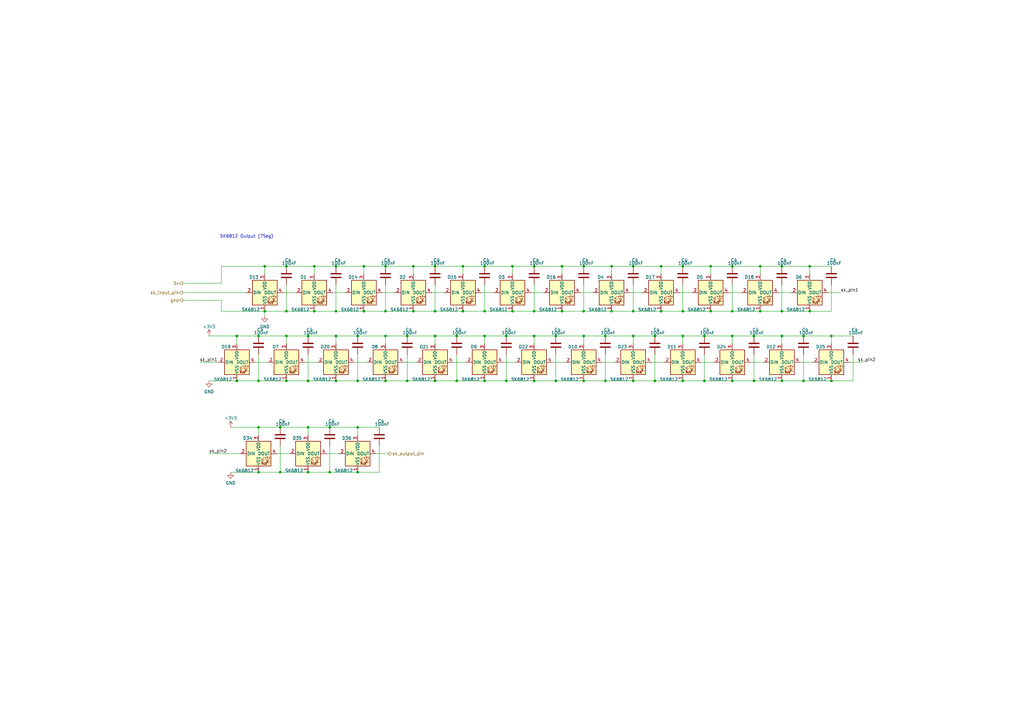
<source format=kicad_sch>
(kicad_sch (version 20230121) (generator eeschema)
  (paper "A3")
  (title_block (title "Segment 1 Schematic") (date "2023-05-06") (company "GSCRL"))
  (lib_symbols
    (symbol "Device:C" (pin_numbers hide) (pin_names (offset 0.254))
      (property "Reference" "C" (at 0.635 2.54 0))
      (property "Value" "C" (at 0.635 -2.54 0))
      (symbol "C_0_1"
        (polyline (pts (xy -2.032 -0.762) (xy 2.032 -0.762)) (stroke (width 0.508)))
        (polyline (pts (xy -2.032 0.762) (xy 2.032 0.762)) (stroke (width 0.508)))
      )
      (symbol "C_1_1"
        (pin passive line (at 0 3.81 270) (length 2.794) (name "~") (number "1"))
        (pin passive line (at 0 -3.81 90) (length 2.794) (name "~") (number "2"))
      )
    )
    (symbol "LED:SK6812" (pin_names (offset 0.254))
      (property "Reference" "D" (at 5.08 5.715 0))
      (property "Value" "SK6812" (at 1.27 -5.715 0))
      (symbol "SK6812_0_0"
        (text "RGB" (at 2.286 -4.191 0) (effects (font (size 0.762 0.762))))
      )
      (symbol "SK6812_0_1"
        (polyline (pts (xy 1.27 -3.556) (xy 1.778 -3.556)))
        (polyline (pts (xy 1.27 -2.54) (xy 1.778 -2.54)))
        (polyline (pts (xy 4.699 -3.556) (xy 2.667 -3.556)))
        (polyline (pts (xy 2.286 -2.54) (xy 1.27 -3.556) (xy 1.27 -3.048)))
        (polyline (pts (xy 2.286 -1.524) (xy 1.27 -2.54) (xy 1.27 -2.032)))
        (polyline (pts (xy 3.683 -1.016) (xy 3.683 -3.556) (xy 3.683 -4.064)))
        (polyline (pts (xy 4.699 -1.524) (xy 2.667 -1.524) (xy 3.683 -3.556) (xy 4.699 -1.524)))
        (rectangle (start 5.08 5.08) (end -5.08 -5.08) (stroke (width 0.254)) (fill (type background)))
      )
      (symbol "SK6812_1_1"
        (pin power_in line (at 0 -7.62 90) (length 2.54) (name "VSS") (number "1"))
        (pin input line (at -7.62 0 0) (length 2.54) (name "DIN") (number "2"))
        (pin power_in line (at 0 7.62 270) (length 2.54) (name "VDD") (number "3"))
        (pin output line (at 7.62 0 180) (length 2.54) (name "DOUT") (number "4"))
      )
    )
    (symbol "power:+3V3" (power) (pin_names (offset 0))
      (property "Value" "+3V3" (at 0 3.556 0))
      (symbol "+3V3_0_1"
        (polyline (pts (xy -0.762 1.27) (xy 0 2.54)))
        (polyline (pts (xy 0 0) (xy 0 2.54)))
        (polyline (pts (xy 0 2.54) (xy 0.762 1.27)))
      )
      (symbol "+3V3_1_1"
        (pin power_in line (at 0 0 90) (length 0) hide (name "+3V3") (number "1"))
      )
    )
    (symbol "power:GND" (power) (pin_names (offset 0))
      (property "Value" "GND" (at 0 -3.81 0))
      (symbol "GND_0_1"
        (polyline (pts (xy 0 0) (xy 0 -1.27) (xy 1.27 -1.27) (xy 0 -2.54) (xy -1.27 -1.27) (xy 0 -1.27)))
      )
      (symbol "GND_1_1"
        (pin power_in line (at 0 0 270) (length 0) hide (name "GND") (number "1"))
      )
    )
  )
  (junction (at 126.365 156.21))
  (junction (at 108.585 109.22))
  (junction (at 291.465 127.635))
  (junction (at 320.675 156.21))
  (junction (at 230.505 127.635))
  (junction (at 219.075 109.22))
  (junction (at 137.795 137.795))
  (junction (at 146.685 193.675))
  (junction (at 106.045 137.795))
  (junction (at 271.145 127.635))
  (junction (at 149.225 127.635))
  (junction (at 135.255 175.26))
  (junction (at 332.105 127.635))
  (junction (at 320.675 137.795))
  (junction (at 97.155 156.21))
  (junction (at 309.245 137.795))
  (junction (at 219.075 127.635))
  (junction (at 135.255 193.675))
  (junction (at 158.115 137.795))
  (junction (at 259.715 127.635))
  (junction (at 198.755 156.21))
  (junction (at 137.795 109.22))
  (junction (at 210.185 127.635))
  (junction (at 300.355 127.635))
  (junction (at 239.395 137.795))
  (junction (at 210.185 109.22))
  (junction (at 167.005 137.795))
  (junction (at 106.045 156.21))
  (junction (at 169.545 127.635))
  (junction (at 280.035 109.22))
  (junction (at 230.505 109.22))
  (junction (at 128.905 127.635))
  (junction (at 259.715 109.22))
  (junction (at 311.785 109.22))
  (junction (at 97.155 137.795))
  (junction (at 248.285 156.21))
  (junction (at 280.035 127.635))
  (junction (at 169.545 109.22))
  (junction (at 219.075 156.21))
  (junction (at 126.365 137.795))
  (junction (at 329.565 156.21))
  (junction (at 239.395 127.635))
  (junction (at 198.755 109.22))
  (junction (at 106.045 175.26))
  (junction (at 178.435 109.22))
  (junction (at 117.475 137.795))
  (junction (at 291.465 109.22))
  (junction (at 126.365 193.675))
  (junction (at 300.355 109.22))
  (junction (at 117.475 156.21))
  (junction (at 268.605 156.21))
  (junction (at 108.585 127.635))
  (junction (at 311.785 127.635))
  (junction (at 207.645 137.795))
  (junction (at 340.995 137.795))
  (junction (at 300.355 156.21))
  (junction (at 239.395 156.21))
  (junction (at 320.675 109.22))
  (junction (at 189.865 109.22))
  (junction (at 167.005 156.21))
  (junction (at 288.925 137.795))
  (junction (at 178.435 127.635))
  (junction (at 332.105 109.22))
  (junction (at 309.245 156.21))
  (junction (at 189.865 127.635))
  (junction (at 146.685 175.26))
  (junction (at 126.365 175.26))
  (junction (at 329.565 137.795))
  (junction (at 268.605 137.795))
  (junction (at 128.905 109.22))
  (junction (at 178.435 156.21))
  (junction (at 198.755 127.635))
  (junction (at 158.115 156.21))
  (junction (at 288.925 156.21))
  (junction (at 117.475 127.635))
  (junction (at 280.035 137.795))
  (junction (at 158.115 127.635))
  (junction (at 271.145 109.22))
  (junction (at 250.825 109.22))
  (junction (at 300.355 137.795))
  (junction (at 320.675 127.635))
  (junction (at 106.045 193.675))
  (junction (at 117.475 109.22))
  (junction (at 114.935 193.675))
  (junction (at 198.755 137.795))
  (junction (at 259.715 156.21))
  (junction (at 114.935 175.26))
  (junction (at 248.285 137.795))
  (junction (at 146.685 137.795))
  (junction (at 227.965 156.21))
  (junction (at 178.435 137.795))
  (junction (at 250.825 127.635))
  (junction (at 149.225 109.22))
  (junction (at 280.035 156.21))
  (junction (at 219.075 137.795))
  (junction (at 239.395 109.22))
  (junction (at 146.685 156.21))
  (junction (at 158.115 109.22))
  (junction (at 340.995 156.21))
  (junction (at 187.325 137.795))
  (junction (at 259.715 137.795))
  (junction (at 137.795 127.635))
  (junction (at 137.795 156.21))
  (junction (at 207.645 156.21))
  (junction (at 187.325 156.21))
  (junction (at 227.965 137.795))
  (wire (pts (xy 108.585 127.635) (xy 108.585 129.54)))
  (wire (pts (xy 238.125 120.015) (xy 243.205 120.015)))
  (wire (pts (xy 198.755 156.21) (xy 207.645 156.21)))
  (wire (pts (xy 187.325 137.795) (xy 198.755 137.795)))
  (wire (pts (xy 259.715 156.21) (xy 268.605 156.21)))
  (wire (pts (xy 248.285 156.21) (xy 248.285 145.415)))
  (wire (pts (xy 90.805 116.205) (xy 90.805 109.22)))
  (wire (pts (xy 135.255 193.675) (xy 135.255 182.88)))
  (wire (pts (xy 189.865 109.22) (xy 198.755 109.22)))
  (wire (pts (xy 311.785 109.22) (xy 311.785 112.395)))
  (wire (pts (xy 207.645 156.21) (xy 219.075 156.21)))
  (wire (pts (xy 239.395 137.795) (xy 248.285 137.795)))
  (wire (pts (xy 259.715 127.635) (xy 259.715 116.84)))
  (wire (pts (xy 128.905 109.22) (xy 128.905 112.395)))
  (wire (pts (xy 329.565 137.795) (xy 340.995 137.795)))
  (wire (pts (xy 154.305 186.055) (xy 159.385 186.055)))
  (wire (pts (xy 97.155 137.795) (xy 106.045 137.795)))
  (wire (pts (xy 320.675 109.22) (xy 332.105 109.22)))
  (wire (pts (xy 90.805 109.22) (xy 108.585 109.22)))
  (wire (pts (xy 189.865 109.22) (xy 189.865 112.395)))
  (wire (pts (xy 117.475 137.795) (xy 117.475 140.97)))
  (wire (pts (xy 307.975 148.59) (xy 313.055 148.59)))
  (wire (pts (xy 320.675 127.635) (xy 332.105 127.635)))
  (wire (pts (xy 169.545 109.22) (xy 169.545 112.395)))
  (wire (pts (xy 158.115 137.795) (xy 167.005 137.795)))
  (wire (pts (xy 300.355 127.635) (xy 300.355 116.84)))
  (wire (pts (xy 271.145 127.635) (xy 280.035 127.635)))
  (wire (pts (xy 137.795 137.795) (xy 146.685 137.795)))
  (wire (pts (xy 267.335 148.59) (xy 272.415 148.59)))
  (wire (pts (xy 126.365 193.675) (xy 135.255 193.675)))
  (wire (pts (xy 332.105 109.22) (xy 340.995 109.22)))
  (wire (pts (xy 198.755 127.635) (xy 210.185 127.635)))
  (wire (pts (xy 126.365 175.26) (xy 135.255 175.26)))
  (wire (pts (xy 210.185 109.22) (xy 210.185 112.395)))
  (wire (pts (xy 85.725 137.795) (xy 97.155 137.795)))
  (wire (pts (xy 146.685 156.21) (xy 158.115 156.21)))
  (wire (pts (xy 239.395 156.21) (xy 248.285 156.21)))
  (wire (pts (xy 219.075 109.22) (xy 230.505 109.22)))
  (wire (pts (xy 247.015 148.59) (xy 252.095 148.59)))
  (wire (pts (xy 146.685 175.26) (xy 155.575 175.26)))
  (wire (pts (xy 149.225 109.22) (xy 158.115 109.22)))
  (wire (pts (xy 349.885 156.21) (xy 349.885 145.415)))
  (wire (pts (xy 217.805 120.015) (xy 222.885 120.015)))
  (wire (pts (xy 117.475 109.22) (xy 128.905 109.22)))
  (wire (pts (xy 250.825 127.635) (xy 259.715 127.635)))
  (wire (pts (xy 339.725 120.015) (xy 344.805 120.015)))
  (wire (pts (xy 167.005 156.21) (xy 167.005 145.415)))
  (wire (pts (xy 328.295 148.59) (xy 333.375 148.59)))
  (wire (pts (xy 74.93 123.19) (xy 90.805 123.19)))
  (wire (pts (xy 198.755 109.22) (xy 210.185 109.22)))
  (wire (pts (xy 137.795 156.21) (xy 146.685 156.21)))
  (wire (pts (xy 280.035 137.795) (xy 288.925 137.795)))
  (wire (pts (xy 210.185 109.22) (xy 219.075 109.22)))
  (wire (pts (xy 90.805 127.635) (xy 108.585 127.635)))
  (wire (pts (xy 113.665 186.055) (xy 118.745 186.055)))
  (wire (pts (xy 106.045 193.675) (xy 114.935 193.675)))
  (wire (pts (xy 248.285 137.795) (xy 259.715 137.795)))
  (wire (pts (xy 206.375 148.59) (xy 211.455 148.59)))
  (wire (pts (xy 320.675 156.21) (xy 329.565 156.21)))
  (wire (pts (xy 158.115 127.635) (xy 158.115 116.84)))
  (wire (pts (xy 348.615 148.59) (xy 353.695 148.59)))
  (wire (pts (xy 300.355 109.22) (xy 311.785 109.22)))
  (wire (pts (xy 74.93 120.015) (xy 100.965 120.015)))
  (wire (pts (xy 145.415 148.59) (xy 150.495 148.59)))
  (wire (pts (xy 268.605 137.795) (xy 280.035 137.795)))
  (wire (pts (xy 167.005 156.21) (xy 178.435 156.21)))
  (wire (pts (xy 198.755 137.795) (xy 207.645 137.795)))
  (wire (pts (xy 230.505 127.635) (xy 239.395 127.635)))
  (wire (pts (xy 288.925 137.795) (xy 300.355 137.795)))
  (wire (pts (xy 291.465 127.635) (xy 300.355 127.635)))
  (wire (pts (xy 117.475 156.21) (xy 126.365 156.21)))
  (wire (pts (xy 169.545 127.635) (xy 178.435 127.635)))
  (wire (pts (xy 230.505 109.22) (xy 239.395 109.22)))
  (wire (pts (xy 329.565 156.21) (xy 329.565 145.415)))
  (wire (pts (xy 227.965 137.795) (xy 239.395 137.795)))
  (wire (pts (xy 178.435 137.795) (xy 187.325 137.795)))
  (wire (pts (xy 219.075 127.635) (xy 219.075 116.84)))
  (wire (pts (xy 158.115 156.21) (xy 167.005 156.21)))
  (wire (pts (xy 280.035 127.635) (xy 291.465 127.635)))
  (wire (pts (xy 177.165 120.015) (xy 182.245 120.015)))
  (wire (pts (xy 271.145 109.22) (xy 280.035 109.22)))
  (wire (pts (xy 288.925 156.21) (xy 288.925 145.415)))
  (wire (pts (xy 137.795 109.22) (xy 149.225 109.22)))
  (wire (pts (xy 114.935 175.26) (xy 126.365 175.26)))
  (wire (pts (xy 280.035 156.21) (xy 288.925 156.21)))
  (wire (pts (xy 156.845 120.015) (xy 161.925 120.015)))
  (wire (pts (xy 340.995 137.795) (xy 349.885 137.795)))
  (wire (pts (xy 332.105 127.635) (xy 340.995 127.635)))
  (wire (pts (xy 319.405 120.015) (xy 324.485 120.015)))
  (wire (pts (xy 128.905 127.635) (xy 137.795 127.635)))
  (wire (pts (xy 287.655 148.59) (xy 292.735 148.59)))
  (wire (pts (xy 158.115 137.795) (xy 158.115 140.97)))
  (wire (pts (xy 259.715 127.635) (xy 271.145 127.635)))
  (wire (pts (xy 311.785 109.22) (xy 320.675 109.22)))
  (wire (pts (xy 340.995 127.635) (xy 340.995 116.84)))
  (wire (pts (xy 158.115 127.635) (xy 169.545 127.635)))
  (wire (pts (xy 155.575 193.675) (xy 155.575 182.88)))
  (wire (pts (xy 300.355 137.795) (xy 309.245 137.795)))
  (wire (pts (xy 259.715 137.795) (xy 268.605 137.795)))
  (wire (pts (xy 340.995 156.21) (xy 349.885 156.21)))
  (wire (pts (xy 226.695 148.59) (xy 231.775 148.59)))
  (wire (pts (xy 197.485 120.015) (xy 202.565 120.015)))
  (wire (pts (xy 104.775 148.59) (xy 109.855 148.59)))
  (wire (pts (xy 178.435 137.795) (xy 178.435 140.97)))
  (wire (pts (xy 126.365 175.26) (xy 126.365 178.435)))
  (wire (pts (xy 128.905 109.22) (xy 137.795 109.22)))
  (wire (pts (xy 300.355 127.635) (xy 311.785 127.635)))
  (wire (pts (xy 108.585 109.22) (xy 117.475 109.22)))
  (wire (pts (xy 288.925 156.21) (xy 300.355 156.21)))
  (wire (pts (xy 239.395 127.635) (xy 239.395 116.84)))
  (wire (pts (xy 178.435 156.21) (xy 187.325 156.21)))
  (wire (pts (xy 149.225 109.22) (xy 149.225 112.395)))
  (wire (pts (xy 117.475 127.635) (xy 128.905 127.635)))
  (wire (pts (xy 133.985 186.055) (xy 139.065 186.055)))
  (wire (pts (xy 227.965 156.21) (xy 227.965 145.415)))
  (wire (pts (xy 268.605 156.21) (xy 268.605 145.415)))
  (wire (pts (xy 210.185 127.635) (xy 219.075 127.635)))
  (wire (pts (xy 239.395 109.22) (xy 250.825 109.22)))
  (wire (pts (xy 239.395 127.635) (xy 250.825 127.635)))
  (wire (pts (xy 146.685 137.795) (xy 158.115 137.795)))
  (wire (pts (xy 250.825 109.22) (xy 250.825 112.395)))
  (wire (pts (xy 94.615 175.26) (xy 106.045 175.26)))
  (wire (pts (xy 300.355 137.795) (xy 300.355 140.97)))
  (wire (pts (xy 268.605 156.21) (xy 280.035 156.21)))
  (wire (pts (xy 85.725 186.055) (xy 98.425 186.055)))
  (wire (pts (xy 126.365 156.21) (xy 137.795 156.21)))
  (wire (pts (xy 158.115 109.22) (xy 169.545 109.22)))
  (wire (pts (xy 106.045 137.795) (xy 117.475 137.795)))
  (wire (pts (xy 178.435 109.22) (xy 189.865 109.22)))
  (wire (pts (xy 320.675 127.635) (xy 320.675 116.84)))
  (wire (pts (xy 94.615 193.675) (xy 106.045 193.675)))
  (wire (pts (xy 219.075 137.795) (xy 227.965 137.795)))
  (wire (pts (xy 207.645 156.21) (xy 207.645 145.415)))
  (wire (pts (xy 280.035 127.635) (xy 280.035 116.84)))
  (wire (pts (xy 332.105 109.22) (xy 332.105 112.395)))
  (wire (pts (xy 81.915 148.59) (xy 89.535 148.59)))
  (wire (pts (xy 219.075 137.795) (xy 219.075 140.97)))
  (wire (pts (xy 167.005 137.795) (xy 178.435 137.795)))
  (wire (pts (xy 146.685 193.675) (xy 155.575 193.675)))
  (wire (pts (xy 280.035 109.22) (xy 291.465 109.22)))
  (wire (pts (xy 271.145 109.22) (xy 271.145 112.395)))
  (wire (pts (xy 230.505 109.22) (xy 230.505 112.395)))
  (wire (pts (xy 116.205 120.015) (xy 121.285 120.015)))
  (wire (pts (xy 309.245 156.21) (xy 309.245 145.415)))
  (wire (pts (xy 165.735 148.59) (xy 170.815 148.59)))
  (wire (pts (xy 340.995 137.795) (xy 340.995 140.97)))
  (wire (pts (xy 149.225 127.635) (xy 158.115 127.635)))
  (wire (pts (xy 320.675 137.795) (xy 320.675 140.97)))
  (wire (pts (xy 85.725 156.21) (xy 97.155 156.21)))
  (wire (pts (xy 178.435 127.635) (xy 178.435 116.84)))
  (wire (pts (xy 106.045 156.21) (xy 106.045 145.415)))
  (wire (pts (xy 258.445 120.015) (xy 263.525 120.015)))
  (wire (pts (xy 136.525 120.015) (xy 141.605 120.015)))
  (wire (pts (xy 259.715 137.795) (xy 259.715 140.97)))
  (wire (pts (xy 90.805 123.19) (xy 90.805 127.635)))
  (wire (pts (xy 135.255 175.26) (xy 146.685 175.26)))
  (wire (pts (xy 250.825 109.22) (xy 259.715 109.22)))
  (wire (pts (xy 309.245 137.795) (xy 320.675 137.795)))
  (wire (pts (xy 169.545 109.22) (xy 178.435 109.22)))
  (wire (pts (xy 108.585 109.22) (xy 108.585 112.395)))
  (wire (pts (xy 207.645 137.795) (xy 219.075 137.795)))
  (wire (pts (xy 311.785 127.635) (xy 320.675 127.635)))
  (wire (pts (xy 135.255 193.675) (xy 146.685 193.675)))
  (wire (pts (xy 146.685 156.21) (xy 146.685 145.415)))
  (wire (pts (xy 189.865 127.635) (xy 198.755 127.635)))
  (wire (pts (xy 280.035 137.795) (xy 280.035 140.97)))
  (wire (pts (xy 97.155 156.21) (xy 106.045 156.21)))
  (wire (pts (xy 198.755 137.795) (xy 198.755 140.97)))
  (wire (pts (xy 239.395 137.795) (xy 239.395 140.97)))
  (wire (pts (xy 126.365 137.795) (xy 137.795 137.795)))
  (wire (pts (xy 106.045 175.26) (xy 106.045 178.435)))
  (wire (pts (xy 300.355 156.21) (xy 309.245 156.21)))
  (wire (pts (xy 137.795 127.635) (xy 149.225 127.635)))
  (wire (pts (xy 106.045 156.21) (xy 117.475 156.21)))
  (wire (pts (xy 291.465 109.22) (xy 291.465 112.395)))
  (wire (pts (xy 126.365 156.21) (xy 126.365 145.415)))
  (wire (pts (xy 309.245 156.21) (xy 320.675 156.21)))
  (wire (pts (xy 278.765 120.015) (xy 283.845 120.015)))
  (wire (pts (xy 108.585 127.635) (xy 117.475 127.635)))
  (wire (pts (xy 106.045 175.26) (xy 114.935 175.26)))
  (wire (pts (xy 299.085 120.015) (xy 304.165 120.015)))
  (wire (pts (xy 125.095 148.59) (xy 130.175 148.59)))
  (wire (pts (xy 248.285 156.21) (xy 259.715 156.21)))
  (wire (pts (xy 219.075 156.21) (xy 227.965 156.21)))
  (wire (pts (xy 146.685 175.26) (xy 146.685 178.435)))
  (wire (pts (xy 117.475 127.635) (xy 117.475 116.84)))
  (wire (pts (xy 97.155 137.795) (xy 97.155 140.97)))
  (wire (pts (xy 74.93 116.205) (xy 90.805 116.205)))
  (wire (pts (xy 320.675 137.795) (xy 329.565 137.795)))
  (wire (pts (xy 329.565 156.21) (xy 340.995 156.21)))
  (wire (pts (xy 114.935 193.675) (xy 126.365 193.675)))
  (wire (pts (xy 187.325 156.21) (xy 187.325 145.415)))
  (wire (pts (xy 291.465 109.22) (xy 300.355 109.22)))
  (wire (pts (xy 117.475 137.795) (xy 126.365 137.795)))
  (wire (pts (xy 259.715 109.22) (xy 271.145 109.22)))
  (wire (pts (xy 178.435 127.635) (xy 189.865 127.635)))
  (wire (pts (xy 227.965 156.21) (xy 239.395 156.21)))
  (wire (pts (xy 219.075 127.635) (xy 230.505 127.635)))
  (wire (pts (xy 137.795 137.795) (xy 137.795 140.97)))
  (wire (pts (xy 186.055 148.59) (xy 191.135 148.59)))
  (wire (pts (xy 187.325 156.21) (xy 198.755 156.21)))
  (wire (pts (xy 114.935 193.675) (xy 114.935 182.88)))
  (wire (pts (xy 198.755 127.635) (xy 198.755 116.84)))
  (wire (pts (xy 137.795 127.635) (xy 137.795 116.84)))
  (text "SK6812 Output (7Seg)" (at 90.17 97.79 0) (effects (font (size 1.27 1.27)) (justify left bottom)))
  (label "sk_pin2" (at 85.725 186.055 0))
  (label "sk_pin1" (at 81.915 148.59 0))
  (label "sk_pin2" (at 351.79 148.59 0))
  (label "sk_pin1" (at 344.805 120.015 0))
  (hierarchical_label "sk_input_pin" (shape output) (at 74.93 120.015 180))
  (hierarchical_label "sk_output_pin" (shape output) (at 159.385 186.055 0))
  (hierarchical_label "5v" (shape output) (at 74.93 116.205 180))
  (hierarchical_label "gnd" (shape output) (at 74.93 123.19 180))
  (symbol (lib_id "Device:C") (at 167.005 141.605 0) (unit 1)
    (property "Reference" "C4" (at 166.37 135.255 0) (effects (justify left)))
    (property "Value" "100nF" (at 165.1 136.525 0) (effects (justify left)))
    (property "Footprint" "Capacitor_SMD:C_1206_3216Metric_Pad1.33x1.80mm_HandSolder" (effects hide))
    (instances (project "TeamSign" (path "" (reference "C4") (unit 1)) (path "" (reference "C75") (unit 1)) (path "" (reference "C76") (unit 1)) (path "" (reference "C77") (unit 1))))
  )
  (symbol (lib_id "Device:C") (at 198.755 113.03 0) (unit 1)
    (property "Reference" "C4" (at 198.12 106.68 0) (effects (justify left)))
    (property "Value" "100nF" (at 196.85 107.95 0) (effects (justify left)))
    (property "Footprint" "Capacitor_SMD:C_1206_3216Metric_Pad1.33x1.80mm_HandSolder" (effects hide))
    (instances (project "TeamSign" (path "" (reference "C4") (unit 1)) (path "" (reference "C14") (unit 1)) (path "" (reference "C15") (unit 1)) (path "" (reference "C16") (unit 1))))
  )
  (symbol (lib_id "Device:C") (at 320.675 113.03 0) (unit 1)
    (property "Reference" "C4" (at 320.04 106.68 0) (effects (justify left)))
    (property "Value" "100nF" (at 318.77 107.95 0) (effects (justify left)))
    (property "Footprint" "Capacitor_SMD:C_1206_3216Metric_Pad1.33x1.80mm_HandSolder" (effects hide))
    (instances (project "TeamSign" (path "" (reference "C4") (unit 1)) (path "" (reference "C40") (unit 1)) (path "" (reference "C41") (unit 1)) (path "" (reference "C43") (unit 1))))
  )
  (symbol (lib_id "LED:SK6812") (at 271.145 120.015 0) (unit 1)
    (property "Reference" "D17" (at 266.7 113.665 0))
    (property "Value" "SK6812" (at 265.43 127 0))
    (property "Footprint" "LED_SMD:LED_SK6812_PLCC4_5.0x5.0mm_P3.2mm" (effects hide))
    (property "Datasheet" "https://cdn-shop.adafruit.com/product-files/1138/SK6812+LED+datasheet+.pdf" (effects hide))
    (instances (project "TeamSign" (path "" (reference "D17") (unit 1)) (path "" (reference "D9") (unit 1)) (path "" (reference "D57") (unit 1)) (path "" (reference "D85") (unit 1))))
  )
  (symbol (lib_id "Device:C") (at 146.685 141.605 0) (unit 1)
    (property "Reference" "C4" (at 146.05 135.255 0) (effects (justify left)))
    (property "Value" "100nF" (at 144.78 136.525 0) (effects (justify left)))
    (property "Footprint" "Capacitor_SMD:C_1206_3216Metric_Pad1.33x1.80mm_HandSolder" (effects hide))
    (instances (project "TeamSign" (path "" (reference "C4") (unit 1)) (path "" (reference "C78") (unit 1)) (path "" (reference "C79") (unit 1)) (path "" (reference "C80") (unit 1))))
  )
  (symbol (lib_id "LED:SK6812") (at 106.045 186.055 0) (unit 1)
    (property "Reference" "D34" (at 101.6 179.705 0))
    (property "Value" "SK6812" (at 100.33 193.04 0))
    (property "Footprint" "LED_SMD:LED_SK6812_PLCC4_5.0x5.0mm_P3.2mm" (effects hide))
    (property "Datasheet" "https://cdn-shop.adafruit.com/product-files/1138/SK6812+LED+datasheet+.pdf" (effects hide))
    (instances (project "TeamSign" (path "" (reference "D34") (unit 1)) (path "" (reference "D34") (unit 1)) (path "" (reference "D38") (unit 1)) (path "" (reference "D66") (unit 1))))
  )
  (symbol (lib_id "LED:SK6812") (at 169.545 120.015 0) (unit 1)
    (property "Reference" "D2" (at 165.1 113.665 0))
    (property "Value" "SK6812" (at 163.83 127 0))
    (property "Footprint" "LED_SMD:LED_SK6812_PLCC4_5.0x5.0mm_P3.2mm" (effects hide))
    (property "Datasheet" "https://cdn-shop.adafruit.com/product-files/1138/SK6812+LED+datasheet+.pdf" (effects hide))
    (instances (project "TeamSign" (path "" (reference "D2") (unit 1)) (path "" (reference "D4") (unit 1)) (path "" (reference "D47") (unit 1)) (path "" (reference "D75") (unit 1))))
  )
  (symbol (lib_id "Device:C") (at 280.035 113.03 0) (unit 1)
    (property "Reference" "C4" (at 279.4 106.68 0) (effects (justify left)))
    (property "Value" "100nF" (at 278.13 107.95 0) (effects (justify left)))
    (property "Footprint" "Capacitor_SMD:C_1206_3216Metric_Pad1.33x1.80mm_HandSolder" (effects hide))
    (instances (project "TeamSign" (path "" (reference "C4") (unit 1)) (path "" (reference "C26") (unit 1)) (path "" (reference "C27") (unit 1)) (path "" (reference "C28") (unit 1))))
  )
  (symbol (lib_id "Device:C") (at 239.395 113.03 0) (unit 1)
    (property "Reference" "C4" (at 238.76 106.68 0) (effects (justify left)))
    (property "Value" "100nF" (at 237.49 107.95 0) (effects (justify left)))
    (property "Footprint" "Capacitor_SMD:C_1206_3216Metric_Pad1.33x1.80mm_HandSolder" (effects hide))
    (instances (project "TeamSign" (path "" (reference "C4") (unit 1)) (path "" (reference "C20") (unit 1)) (path "" (reference "C21") (unit 1)) (path "" (reference "C22") (unit 1))))
  )
  (symbol (lib_id "Device:C") (at 114.935 179.07 0) (unit 1)
    (property "Reference" "C4" (at 114.3 172.72 0) (effects (justify left)))
    (property "Value" "100nF" (at 113.03 173.99 0) (effects (justify left)))
    (property "Footprint" "Capacitor_SMD:C_1206_3216Metric_Pad1.33x1.80mm_HandSolder" (effects hide))
    (instances (project "TeamSign" (path "" (reference "C4") (unit 1)) (path "" (reference "C93") (unit 1)) (path "" (reference "C94") (unit 1)) (path "" (reference "C95") (unit 1))))
  )
  (symbol (lib_id "Device:C") (at 135.255 179.07 0) (unit 1)
    (property "Reference" "C4" (at 134.62 172.72 0) (effects (justify left)))
    (property "Value" "100nF" (at 133.35 173.99 0) (effects (justify left)))
    (property "Footprint" "Capacitor_SMD:C_1206_3216Metric_Pad1.33x1.80mm_HandSolder" (effects hide))
    (instances (project "TeamSign" (path "" (reference "C4") (unit 1)) (path "" (reference "C90") (unit 1)) (path "" (reference "C91") (unit 1)) (path "" (reference "C92") (unit 1))))
  )
  (symbol (lib_id "LED:SK6812") (at 332.105 120.015 0) (unit 1)
    (property "Reference" "D6" (at 327.66 113.665 0))
    (property "Value" "SK6812" (at 326.39 127 0))
    (property "Footprint" "LED_SMD:LED_SK6812_PLCC4_5.0x5.0mm_P3.2mm" (effects hide))
    (property "Datasheet" "https://cdn-shop.adafruit.com/product-files/1138/SK6812+LED+datasheet+.pdf" (effects hide))
    (instances (project "TeamSign" (path "" (reference "D6") (unit 1)) (path "" (reference "D12") (unit 1)) (path "" (reference "D63") (unit 1)) (path "" (reference "D91") (unit 1))))
  )
  (symbol (lib_id "LED:SK6812") (at 158.115 148.59 0) (unit 1)
    (property "Reference" "D8" (at 153.67 142.24 0))
    (property "Value" "SK6812" (at 152.4 155.575 0))
    (property "Footprint" "LED_SMD:LED_SK6812_PLCC4_5.0x5.0mm_P3.2mm" (effects hide))
    (property "Datasheet" "https://cdn-shop.adafruit.com/product-files/1138/SK6812+LED+datasheet+.pdf" (effects hide))
    (instances (project "TeamSign" (path "" (reference "D8") (unit 1)) (path "" (reference "D16") (unit 1)) (path "" (reference "D46") (unit 1)) (path "" (reference "D74") (unit 1))))
  )
  (symbol (lib_id "Device:C") (at 248.285 141.605 0) (unit 1)
    (property "Reference" "C4" (at 247.65 135.255 0) (effects (justify left)))
    (property "Value" "100nF" (at 246.38 136.525 0) (effects (justify left)))
    (property "Footprint" "Capacitor_SMD:C_1206_3216Metric_Pad1.33x1.80mm_HandSolder" (effects hide))
    (instances (project "TeamSign" (path "" (reference "C4") (unit 1)) (path "" (reference "C62") (unit 1)) (path "" (reference "C63") (unit 1)) (path "" (reference "C64") (unit 1))))
  )
  (symbol (lib_id "Device:C") (at 155.575 179.07 0) (unit 1)
    (property "Reference" "C4" (at 154.94 172.72 0) (effects (justify left)))
    (property "Value" "100nF" (at 153.67 173.99 0) (effects (justify left)))
    (property "Footprint" "Capacitor_SMD:C_1206_3216Metric_Pad1.33x1.80mm_HandSolder" (effects hide))
    (instances (project "TeamSign" (path "" (reference "C4") (unit 1)) (path "" (reference "C87") (unit 1)) (path "" (reference "C88") (unit 1)) (path "" (reference "C89") (unit 1))))
  )
  (symbol (lib_id "LED:SK6812") (at 198.755 148.59 0) (unit 1)
    (property "Reference" "D9" (at 194.31 142.24 0))
    (property "Value" "SK6812" (at 193.04 155.575 0))
    (property "Footprint" "LED_SMD:LED_SK6812_PLCC4_5.0x5.0mm_P3.2mm" (effects hide))
    (property "Datasheet" "https://cdn-shop.adafruit.com/product-files/1138/SK6812+LED+datasheet+.pdf" (effects hide))
    (instances (project "TeamSign" (path "" (reference "D9") (unit 1)) (path "" (reference "D18") (unit 1)) (path "" (reference "D50") (unit 1)) (path "" (reference "D78") (unit 1))))
  )
  (symbol (lib_id "LED:SK6812") (at 189.865 120.015 0) (unit 1)
    (property "Reference" "D15" (at 185.42 113.665 0))
    (property "Value" "SK6812" (at 184.15 127 0))
    (property "Footprint" "LED_SMD:LED_SK6812_PLCC4_5.0x5.0mm_P3.2mm" (effects hide))
    (property "Datasheet" "https://cdn-shop.adafruit.com/product-files/1138/SK6812+LED+datasheet+.pdf" (effects hide))
    (instances (project "TeamSign" (path "" (reference "D15") (unit 1)) (path "" (reference "D5") (unit 1)) (path "" (reference "D49") (unit 1)) (path "" (reference "D77") (unit 1))))
  )
  (symbol (lib_id "LED:SK6812") (at 117.475 148.59 0) (unit 1)
    (property "Reference" "D7" (at 113.03 142.24 0))
    (property "Value" "SK6812" (at 111.76 155.575 0))
    (property "Footprint" "LED_SMD:LED_SK6812_PLCC4_5.0x5.0mm_P3.2mm" (effects hide))
    (property "Datasheet" "https://cdn-shop.adafruit.com/product-files/1138/SK6812+LED+datasheet+.pdf" (effects hide))
    (instances (project "TeamSign" (path "" (reference "D7") (unit 1)) (path "" (reference "D14") (unit 1)) (path "" (reference "D40") (unit 1)) (path "" (reference "D68") (unit 1))))
  )
  (symbol (lib_id "power:GND") (at 94.615 193.675 0) (unit 1)
    (property "Reference" "#PWR016" (effects hide))
    (property "Value" "GND" (at 94.615 198.12 0))
    (instances (project "TeamSign" (path "" (reference "#PWR016") (unit 1)) (path "" (reference "#PWR016") (unit 1)) (path "" (reference "#PWR024") (unit 1)) (path "" (reference "#PWR031") (unit 1))))
  )
  (symbol (lib_id "LED:SK6812") (at 137.795 148.59 0) (unit 1)
    (property "Reference" "D20" (at 133.35 142.24 0))
    (property "Value" "SK6812" (at 132.08 155.575 0))
    (property "Footprint" "LED_SMD:LED_SK6812_PLCC4_5.0x5.0mm_P3.2mm" (effects hide))
    (property "Datasheet" "https://cdn-shop.adafruit.com/product-files/1138/SK6812+LED+datasheet+.pdf" (effects hide))
    (instances (project "TeamSign" (path "" (reference "D20") (unit 1)) (path "" (reference "D15") (unit 1)) (path "" (reference "D43") (unit 1)) (path "" (reference "D71") (unit 1))))
  )
  (symbol (lib_id "Device:C") (at 117.475 113.03 0) (unit 1)
    (property "Reference" "C4" (at 116.84 106.68 0) (effects (justify left)))
    (property "Value" "100nF" (at 115.57 107.95 0) (effects (justify left)))
    (property "Footprint" "Capacitor_SMD:C_1206_3216Metric_Pad1.33x1.80mm_HandSolder" (effects hide))
    (instances (project "TeamSign" (path "" (reference "C4") (unit 1)) (path "" (reference "C5") (unit 1)) (path "" (reference "C42") (unit 1)) (path "" (reference "C70") (unit 1))))
  )
  (symbol (lib_id "Device:C") (at 207.645 141.605 0) (unit 1)
    (property "Reference" "C4" (at 207.01 135.255 0) (effects (justify left)))
    (property "Value" "100nF" (at 205.74 136.525 0) (effects (justify left)))
    (property "Footprint" "Capacitor_SMD:C_1206_3216Metric_Pad1.33x1.80mm_HandSolder" (effects hide))
    (instances (project "TeamSign" (path "" (reference "C4") (unit 1)) (path "" (reference "C68") (unit 1)) (path "" (reference "C69") (unit 1)) (path "" (reference "C71") (unit 1))))
  )
  (symbol (lib_id "Device:C") (at 288.925 141.605 0) (unit 1)
    (property "Reference" "C4" (at 288.29 135.255 0) (effects (justify left)))
    (property "Value" "100nF" (at 287.02 136.525 0) (effects (justify left)))
    (property "Footprint" "Capacitor_SMD:C_1206_3216Metric_Pad1.33x1.80mm_HandSolder" (effects hide))
    (instances (project "TeamSign" (path "" (reference "C4") (unit 1)) (path "" (reference "C56") (unit 1)) (path "" (reference "C57") (unit 1)) (path "" (reference "C58") (unit 1))))
  )
  (symbol (lib_id "LED:SK6812") (at 311.785 120.015 0) (unit 1)
    (property "Reference" "D18" (at 307.34 113.665 0))
    (property "Value" "SK6812" (at 306.07 127 0))
    (property "Footprint" "LED_SMD:LED_SK6812_PLCC4_5.0x5.0mm_P3.2mm" (effects hide))
    (property "Datasheet" "https://cdn-shop.adafruit.com/product-files/1138/SK6812+LED+datasheet+.pdf" (effects hide))
    (instances (project "TeamSign" (path "" (reference "D18") (unit 1)) (path "" (reference "D11") (unit 1)) (path "" (reference "D61") (unit 1)) (path "" (reference "D89") (unit 1))))
  )
  (symbol (lib_id "power:GND") (at 108.585 129.54 0) (unit 1)
    (property "Reference" "#PWR06" (effects hide))
    (property "Value" "GND" (at 108.585 133.985 0))
    (instances (project "TeamSign" (path "" (reference "#PWR06") (unit 1)) (path "" (reference "#PWR013") (unit 1)) (path "" (reference "#PWR025") (unit 1)) (path "" (reference "#PWR032") (unit 1))))
  )
  (symbol (lib_id "LED:SK6812") (at 178.435 148.59 0) (unit 1)
    (property "Reference" "D21" (at 173.99 142.24 0))
    (property "Value" "SK6812" (at 172.72 155.575 0))
    (property "Footprint" "LED_SMD:LED_SK6812_PLCC4_5.0x5.0mm_P3.2mm" (effects hide))
    (property "Datasheet" "https://cdn-shop.adafruit.com/product-files/1138/SK6812+LED+datasheet+.pdf" (effects hide))
    (instances (project "TeamSign" (path "" (reference "D21") (unit 1)) (path "" (reference "D17") (unit 1)) (path "" (reference "D48") (unit 1)) (path "" (reference "D76") (unit 1))))
  )
  (symbol (lib_id "LED:SK6812") (at 219.075 148.59 0) (unit 1)
    (property "Reference" "D22" (at 214.63 142.24 0))
    (property "Value" "SK6812" (at 213.36 155.575 0))
    (property "Footprint" "LED_SMD:LED_SK6812_PLCC4_5.0x5.0mm_P3.2mm" (effects hide))
    (property "Datasheet" "https://cdn-shop.adafruit.com/product-files/1138/SK6812+LED+datasheet+.pdf" (effects hide))
    (instances (project "TeamSign" (path "" (reference "D22") (unit 1)) (path "" (reference "D19") (unit 1)) (path "" (reference "D52") (unit 1)) (path "" (reference "D80") (unit 1))))
  )
  (symbol (lib_id "LED:SK6812") (at 259.715 148.59 0) (unit 1)
    (property "Reference" "D23" (at 255.27 142.24 0))
    (property "Value" "SK6812" (at 254 155.575 0))
    (property "Footprint" "LED_SMD:LED_SK6812_PLCC4_5.0x5.0mm_P3.2mm" (effects hide))
    (property "Datasheet" "https://cdn-shop.adafruit.com/product-files/1138/SK6812+LED+datasheet+.pdf" (effects hide))
    (instances (project "TeamSign" (path "" (reference "D23") (unit 1)) (path "" (reference "D21") (unit 1)) (path "" (reference "D56") (unit 1)) (path "" (reference "D84") (unit 1))))
  )
  (symbol (lib_id "Device:C") (at 158.115 113.03 0) (unit 1)
    (property "Reference" "C4" (at 157.48 106.68 0) (effects (justify left)))
    (property "Value" "100nF" (at 156.21 107.95 0) (effects (justify left)))
    (property "Footprint" "Capacitor_SMD:C_1206_3216Metric_Pad1.33x1.80mm_HandSolder" (effects hide))
    (instances (project "TeamSign" (path "" (reference "C4") (unit 1)) (path "" (reference "C8") (unit 1)) (path "" (reference "C9") (unit 1)) (path "" (reference "C10") (unit 1))))
  )
  (symbol (lib_id "LED:SK6812") (at 291.465 120.015 0) (unit 1)
    (property "Reference" "D5" (at 287.02 113.665 0))
    (property "Value" "SK6812" (at 285.75 127 0))
    (property "Footprint" "LED_SMD:LED_SK6812_PLCC4_5.0x5.0mm_P3.2mm" (effects hide))
    (property "Datasheet" "https://cdn-shop.adafruit.com/product-files/1138/SK6812+LED+datasheet+.pdf" (effects hide))
    (instances (project "TeamSign" (path "" (reference "D5") (unit 1)) (path "" (reference "D10") (unit 1)) (path "" (reference "D59") (unit 1)) (path "" (reference "D87") (unit 1))))
  )
  (symbol (lib_id "LED:SK6812") (at 250.825 120.015 0) (unit 1)
    (property "Reference" "D4" (at 246.38 113.665 0))
    (property "Value" "SK6812" (at 245.11 127 0))
    (property "Footprint" "LED_SMD:LED_SK6812_PLCC4_5.0x5.0mm_P3.2mm" (effects hide))
    (property "Datasheet" "https://cdn-shop.adafruit.com/product-files/1138/SK6812+LED+datasheet+.pdf" (effects hide))
    (instances (project "TeamSign" (path "" (reference "D4") (unit 1)) (path "" (reference "D8") (unit 1)) (path "" (reference "D55") (unit 1)) (path "" (reference "D83") (unit 1))))
  )
  (symbol (lib_id "LED:SK6812") (at 126.365 186.055 0) (unit 1)
    (property "Reference" "D35" (at 121.92 179.705 0))
    (property "Value" "SK6812" (at 120.65 193.04 0))
    (property "Footprint" "LED_SMD:LED_SK6812_PLCC4_5.0x5.0mm_P3.2mm" (effects hide))
    (property "Datasheet" "https://cdn-shop.adafruit.com/product-files/1138/SK6812+LED+datasheet+.pdf" (effects hide))
    (instances (project "TeamSign" (path "" (reference "D35") (unit 1)) (path "" (reference "D35") (unit 1)) (path "" (reference "D41") (unit 1)) (path "" (reference "D69") (unit 1))))
  )
  (symbol (lib_id "Device:C") (at 137.795 113.03 0) (unit 1)
    (property "Reference" "C4" (at 137.16 106.68 0) (effects (justify left)))
    (property "Value" "100nF" (at 135.89 107.95 0) (effects (justify left)))
    (property "Footprint" "Capacitor_SMD:C_1206_3216Metric_Pad1.33x1.80mm_HandSolder" (effects hide))
    (instances (project "TeamSign" (path "" (reference "C4") (unit 1)) (path "" (reference "C4") (unit 1)) (path "" (reference "C6") (unit 1)) (path "" (reference "C7") (unit 1))))
  )
  (symbol (lib_id "Device:C") (at 340.995 113.03 0) (unit 1)
    (property "Reference" "C4" (at 340.36 106.68 0) (effects (justify left)))
    (property "Value" "100nF" (at 339.09 107.95 0) (effects (justify left)))
    (property "Footprint" "Capacitor_SMD:C_1206_3216Metric_Pad1.33x1.80mm_HandSolder" (effects hide))
    (instances (project "TeamSign" (path "" (reference "C4") (unit 1)) (path "" (reference "C44") (unit 1)) (path "" (reference "C45") (unit 1)) (path "" (reference "C46") (unit 1))))
  )
  (symbol (lib_id "LED:SK6812") (at 280.035 148.59 0) (unit 1)
    (property "Reference" "D11" (at 275.59 142.24 0))
    (property "Value" "SK6812" (at 274.32 155.575 0))
    (property "Footprint" "LED_SMD:LED_SK6812_PLCC4_5.0x5.0mm_P3.2mm" (effects hide))
    (property "Datasheet" "https://cdn-shop.adafruit.com/product-files/1138/SK6812+LED+datasheet+.pdf" (effects hide))
    (instances (project "TeamSign" (path "" (reference "D11") (unit 1)) (path "" (reference "D22") (unit 1)) (path "" (reference "D58") (unit 1)) (path "" (reference "D86") (unit 1))))
  )
  (symbol (lib_id "power:+3V3") (at 94.615 175.26 0) (unit 1)
    (property "Reference" "#PWR014" (effects hide))
    (property "Value" "+3V3" (at 94.615 171.45 0))
    (instances (project "TeamSign" (path "" (reference "#PWR014") (unit 1)) (path "" (reference "#PWR014") (unit 1)) (path "" (reference "#PWR023") (unit 1)) (path "" (reference "#PWR030") (unit 1))))
  )
  (symbol (lib_id "Device:C") (at 259.715 113.03 0) (unit 1)
    (property "Reference" "C4" (at 259.08 106.68 0) (effects (justify left)))
    (property "Value" "100nF" (at 257.81 107.95 0) (effects (justify left)))
    (property "Footprint" "Capacitor_SMD:C_1206_3216Metric_Pad1.33x1.80mm_HandSolder" (effects hide))
    (instances (project "TeamSign" (path "" (reference "C4") (unit 1)) (path "" (reference "C23") (unit 1)) (path "" (reference "C24") (unit 1)) (path "" (reference "C25") (unit 1))))
  )
  (symbol (lib_id "LED:SK6812") (at 230.505 120.015 0) (unit 1)
    (property "Reference" "D16" (at 226.06 113.665 0))
    (property "Value" "SK6812" (at 224.79 127 0))
    (property "Footprint" "LED_SMD:LED_SK6812_PLCC4_5.0x5.0mm_P3.2mm" (effects hide))
    (property "Datasheet" "https://cdn-shop.adafruit.com/product-files/1138/SK6812+LED+datasheet+.pdf" (effects hide))
    (instances (project "TeamSign" (path "" (reference "D16") (unit 1)) (path "" (reference "D7") (unit 1)) (path "" (reference "D53") (unit 1)) (path "" (reference "D81") (unit 1))))
  )
  (symbol (lib_id "Device:C") (at 268.605 141.605 0) (unit 1)
    (property "Reference" "C4" (at 267.97 135.255 0) (effects (justify left)))
    (property "Value" "100nF" (at 266.7 136.525 0) (effects (justify left)))
    (property "Footprint" "Capacitor_SMD:C_1206_3216Metric_Pad1.33x1.80mm_HandSolder" (effects hide))
    (instances (project "TeamSign" (path "" (reference "C4") (unit 1)) (path "" (reference "C59") (unit 1)) (path "" (reference "C60") (unit 1)) (path "" (reference "C61") (unit 1))))
  )
  (symbol (lib_id "Device:C") (at 219.075 113.03 0) (unit 1)
    (property "Reference" "C4" (at 218.44 106.68 0) (effects (justify left)))
    (property "Value" "100nF" (at 217.17 107.95 0) (effects (justify left)))
    (property "Footprint" "Capacitor_SMD:C_1206_3216Metric_Pad1.33x1.80mm_HandSolder" (effects hide))
    (instances (project "TeamSign" (path "" (reference "C4") (unit 1)) (path "" (reference "C17") (unit 1)) (path "" (reference "C18") (unit 1)) (path "" (reference "C19") (unit 1))))
  )
  (symbol (lib_id "LED:SK6812") (at 300.355 148.59 0) (unit 1)
    (property "Reference" "D24" (at 295.91 142.24 0))
    (property "Value" "SK6812" (at 294.64 155.575 0))
    (property "Footprint" "LED_SMD:LED_SK6812_PLCC4_5.0x5.0mm_P3.2mm" (effects hide))
    (property "Datasheet" "https://cdn-shop.adafruit.com/product-files/1138/SK6812+LED+datasheet+.pdf" (effects hide))
    (instances (project "TeamSign" (path "" (reference "D24") (unit 1)) (path "" (reference "D23") (unit 1)) (path "" (reference "D60") (unit 1)) (path "" (reference "D88") (unit 1))))
  )
  (symbol (lib_id "LED:SK6812") (at 97.155 148.59 0) (unit 1)
    (property "Reference" "D19" (at 92.71 142.24 0))
    (property "Value" "SK6812" (at 91.44 155.575 0))
    (property "Footprint" "LED_SMD:LED_SK6812_PLCC4_5.0x5.0mm_P3.2mm" (effects hide))
    (property "Datasheet" "https://cdn-shop.adafruit.com/product-files/1138/SK6812+LED+datasheet+.pdf" (effects hide))
    (instances (project "TeamSign" (path "" (reference "D19") (unit 1)) (path "" (reference "D13") (unit 1)) (path "" (reference "D37") (unit 1)) (path "" (reference "D65") (unit 1))))
  )
  (symbol (lib_id "Device:C") (at 329.565 141.605 0) (unit 1)
    (property "Reference" "C4" (at 328.93 135.255 0) (effects (justify left)))
    (property "Value" "100nF" (at 327.66 136.525 0) (effects (justify left)))
    (property "Footprint" "Capacitor_SMD:C_1206_3216Metric_Pad1.33x1.80mm_HandSolder" (effects hide))
    (instances (project "TeamSign" (path "" (reference "C4") (unit 1)) (path "" (reference "C50") (unit 1)) (path "" (reference "C51") (unit 1)) (path "" (reference "C52") (unit 1))))
  )
  (symbol (lib_id "Device:C") (at 187.325 141.605 0) (unit 1)
    (property "Reference" "C4" (at 186.69 135.255 0) (effects (justify left)))
    (property "Value" "100nF" (at 185.42 136.525 0) (effects (justify left)))
    (property "Footprint" "Capacitor_SMD:C_1206_3216Metric_Pad1.33x1.80mm_HandSolder" (effects hide))
    (instances (project "TeamSign" (path "" (reference "C4") (unit 1)) (path "" (reference "C72") (unit 1)) (path "" (reference "C73") (unit 1)) (path "" (reference "C74") (unit 1))))
  )
  (symbol (lib_id "Device:C") (at 178.435 113.03 0) (unit 1)
    (property "Reference" "C4" (at 177.8 106.68 0) (effects (justify left)))
    (property "Value" "100nF" (at 176.53 107.95 0) (effects (justify left)))
    (property "Footprint" "Capacitor_SMD:C_1206_3216Metric_Pad1.33x1.80mm_HandSolder" (effects hide))
    (instances (project "TeamSign" (path "" (reference "C4") (unit 1)) (path "" (reference "C11") (unit 1)) (path "" (reference "C12") (unit 1)) (path "" (reference "C13") (unit 1))))
  )
  (symbol (lib_id "Device:C") (at 300.355 113.03 0) (unit 1)
    (property "Reference" "C4" (at 299.72 106.68 0) (effects (justify left)))
    (property "Value" "100nF" (at 298.45 107.95 0) (effects (justify left)))
    (property "Footprint" "Capacitor_SMD:C_1206_3216Metric_Pad1.33x1.80mm_HandSolder" (effects hide))
    (instances (project "TeamSign" (path "" (reference "C4") (unit 1)) (path "" (reference "C37") (unit 1)) (path "" (reference "C38") (unit 1)) (path "" (reference "C39") (unit 1))))
  )
  (symbol (lib_id "Device:C") (at 227.965 141.605 0) (unit 1)
    (property "Reference" "C4" (at 227.33 135.255 0) (effects (justify left)))
    (property "Value" "100nF" (at 226.06 136.525 0) (effects (justify left)))
    (property "Footprint" "Capacitor_SMD:C_1206_3216Metric_Pad1.33x1.80mm_HandSolder" (effects hide))
    (instances (project "TeamSign" (path "" (reference "C4") (unit 1)) (path "" (reference "C65") (unit 1)) (path "" (reference "C66") (unit 1)) (path "" (reference "C67") (unit 1))))
  )
  (symbol (lib_id "Device:C") (at 126.365 141.605 0) (unit 1)
    (property "Reference" "C4" (at 125.73 135.255 0) (effects (justify left)))
    (property "Value" "100nF" (at 124.46 136.525 0) (effects (justify left)))
    (property "Footprint" "Capacitor_SMD:C_1206_3216Metric_Pad1.33x1.80mm_HandSolder" (effects hide))
    (instances (project "TeamSign" (path "" (reference "C4") (unit 1)) (path "" (reference "C81") (unit 1)) (path "" (reference "C82") (unit 1)) (path "" (reference "C83") (unit 1))))
  )
  (symbol (lib_id "LED:SK6812") (at 320.675 148.59 0) (unit 1)
    (property "Reference" "D12" (at 316.23 142.24 0))
    (property "Value" "SK6812" (at 314.96 155.575 0))
    (property "Footprint" "LED_SMD:LED_SK6812_PLCC4_5.0x5.0mm_P3.2mm" (effects hide))
    (property "Datasheet" "https://cdn-shop.adafruit.com/product-files/1138/SK6812+LED+datasheet+.pdf" (effects hide))
    (instances (project "TeamSign" (path "" (reference "D12") (unit 1)) (path "" (reference "D24") (unit 1)) (path "" (reference "D62") (unit 1)) (path "" (reference "D90") (unit 1))))
  )
  (symbol (lib_id "LED:SK6812") (at 210.185 120.015 0) (unit 1)
    (property "Reference" "D3" (at 205.74 113.665 0))
    (property "Value" "SK6812" (at 204.47 127 0))
    (property "Footprint" "LED_SMD:LED_SK6812_PLCC4_5.0x5.0mm_P3.2mm" (effects hide))
    (property "Datasheet" "https://cdn-shop.adafruit.com/product-files/1138/SK6812+LED+datasheet+.pdf" (effects hide))
    (instances (project "TeamSign" (path "" (reference "D3") (unit 1)) (path "" (reference "D6") (unit 1)) (path "" (reference "D51") (unit 1)) (path "" (reference "D79") (unit 1))))
  )
  (symbol (lib_id "Device:C") (at 106.045 141.605 0) (unit 1)
    (property "Reference" "C4" (at 105.41 135.255 0) (effects (justify left)))
    (property "Value" "100nF" (at 104.14 136.525 0) (effects (justify left)))
    (property "Footprint" "Capacitor_SMD:C_1206_3216Metric_Pad1.33x1.80mm_HandSolder" (effects hide))
    (instances (project "TeamSign" (path "" (reference "C4") (unit 1)) (path "" (reference "C84") (unit 1)) (path "" (reference "C85") (unit 1)) (path "" (reference "C86") (unit 1))))
  )
  (symbol (lib_id "LED:SK6812") (at 128.905 120.015 0) (unit 1)
    (property "Reference" "D1" (at 124.46 113.665 0))
    (property "Value" "SK6812" (at 123.19 127 0))
    (property "Footprint" "LED_SMD:LED_SK6812_PLCC4_5.0x5.0mm_P3.2mm" (effects hide))
    (property "Datasheet" "https://cdn-shop.adafruit.com/product-files/1138/SK6812+LED+datasheet+.pdf" (effects hide))
    (instances (project "TeamSign" (path "" (reference "D1") (unit 1)) (path "" (reference "D2") (unit 1)) (path "" (reference "D42") (unit 1)) (path "" (reference "D70") (unit 1))))
  )
  (symbol (lib_id "LED:SK6812") (at 146.685 186.055 0) (unit 1)
    (property "Reference" "D36" (at 142.24 179.705 0))
    (property "Value" "SK6812" (at 140.97 193.04 0))
    (property "Footprint" "LED_SMD:LED_SK6812_PLCC4_5.0x5.0mm_P3.2mm" (effects hide))
    (property "Datasheet" "https://cdn-shop.adafruit.com/product-files/1138/SK6812+LED+datasheet+.pdf" (effects hide))
    (instances (project "TeamSign" (path "" (reference "D36") (unit 1)) (path "" (reference "D36") (unit 1)) (path "" (reference "D44") (unit 1)) (path "" (reference "D72") (unit 1))))
  )
  (symbol (lib_id "Device:C") (at 309.245 141.605 0) (unit 1)
    (property "Reference" "C4" (at 308.61 135.255 0) (effects (justify left)))
    (property "Value" "100nF" (at 307.34 136.525 0) (effects (justify left)))
    (property "Footprint" "Capacitor_SMD:C_1206_3216Metric_Pad1.33x1.80mm_HandSolder" (effects hide))
    (instances (project "TeamSign" (path "" (reference "C4") (unit 1)) (path "" (reference "C53") (unit 1)) (path "" (reference "C54") (unit 1)) (path "" (reference "C55") (unit 1))))
  )
  (symbol (lib_id "LED:SK6812") (at 149.225 120.015 0) (unit 1)
    (property "Reference" "D14" (at 144.78 113.665 0))
    (property "Value" "SK6812" (at 143.51 127 0))
    (property "Footprint" "LED_SMD:LED_SK6812_PLCC4_5.0x5.0mm_P3.2mm" (effects hide))
    (property "Datasheet" "https://cdn-shop.adafruit.com/product-files/1138/SK6812+LED+datasheet+.pdf" (effects hide))
    (instances (project "TeamSign" (path "" (reference "D14") (unit 1)) (path "" (reference "D3") (unit 1)) (path "" (reference "D45") (unit 1)) (path "" (reference "D73") (unit 1))))
  )
  (symbol (lib_id "power:GND") (at 85.725 156.21 0) (unit 1)
    (property "Reference" "#PWR013" (effects hide))
    (property "Value" "GND" (at 85.725 160.655 0))
    (instances (project "TeamSign" (path "" (reference "#PWR013") (unit 1)) (path "" (reference "#PWR07") (unit 1)) (path "" (reference "#PWR022") (unit 1)) (path "" (reference "#PWR029") (unit 1))))
  )
  (symbol (lib_id "LED:SK6812") (at 239.395 148.59 0) (unit 1)
    (property "Reference" "D10" (at 234.95 142.24 0))
    (property "Value" "SK6812" (at 233.68 155.575 0))
    (property "Footprint" "LED_SMD:LED_SK6812_PLCC4_5.0x5.0mm_P3.2mm" (effects hide))
    (property "Datasheet" "https://cdn-shop.adafruit.com/product-files/1138/SK6812+LED+datasheet+.pdf" (effects hide))
    (instances (project "TeamSign" (path "" (reference "D10") (unit 1)) (path "" (reference "D20") (unit 1)) (path "" (reference "D54") (unit 1)) (path "" (reference "D82") (unit 1))))
  )
  (symbol (lib_id "LED:SK6812") (at 340.995 148.59 0) (unit 1)
    (property "Reference" "D25" (at 336.55 142.24 0))
    (property "Value" "SK6812" (at 335.28 155.575 0))
    (property "Footprint" "LED_SMD:LED_SK6812_PLCC4_5.0x5.0mm_P3.2mm" (effects hide))
    (property "Datasheet" "https://cdn-shop.adafruit.com/product-files/1138/SK6812+LED+datasheet+.pdf" (effects hide))
    (instances (project "TeamSign" (path "" (reference "D25") (unit 1)) (path "" (reference "D25") (unit 1)) (path "" (reference "D64") (unit 1)) (path "" (reference "D92") (unit 1))))
  )
  (symbol (lib_id "power:+3V3") (at 85.725 137.795 0) (unit 1)
    (property "Reference" "#PWR012" (effects hide))
    (property "Value" "+3V3" (at 85.725 133.985 0))
    (instances (project "TeamSign" (path "" (reference "#PWR012") (unit 1)) (path "" (reference "#PWR06") (unit 1)) (path "" (reference "#PWR021") (unit 1)) (path "" (reference "#PWR028") (unit 1))))
  )
  (symbol (lib_id "LED:SK6812") (at 108.585 120.015 0) (unit 1)
    (property "Reference" "D13" (at 104.14 113.665 0))
    (property "Value" "SK6812" (at 102.87 127 0))
    (property "Footprint" "LED_SMD:LED_SK6812_PLCC4_5.0x5.0mm_P3.2mm" (effects hide))
    (property "Datasheet" "https://cdn-shop.adafruit.com/product-files/1138/SK6812+LED+datasheet+.pdf" (effects hide))
    (instances (project "TeamSign" (path "" (reference "D13") (unit 1)) (path "" (reference "D1") (unit 1)) (path "" (reference "D39") (unit 1)) (path "" (reference "D67") (unit 1))))
  )
  (symbol (lib_id "Device:C") (at 349.885 141.605 0) (unit 1)
    (property "Reference" "C4" (at 349.25 135.255 0) (effects (justify left)))
    (property "Value" "100nF" (at 347.98 136.525 0) (effects (justify left)))
    (property "Footprint" "Capacitor_SMD:C_1206_3216Metric_Pad1.33x1.80mm_HandSolder" (effects hide))
    (instances (project "TeamSign" (path "" (reference "C4") (unit 1)) (path "" (reference "C47") (unit 1)) (path "" (reference "C48") (unit 1)) (path "" (reference "C49") (unit 1))))
  )
)
</source>
